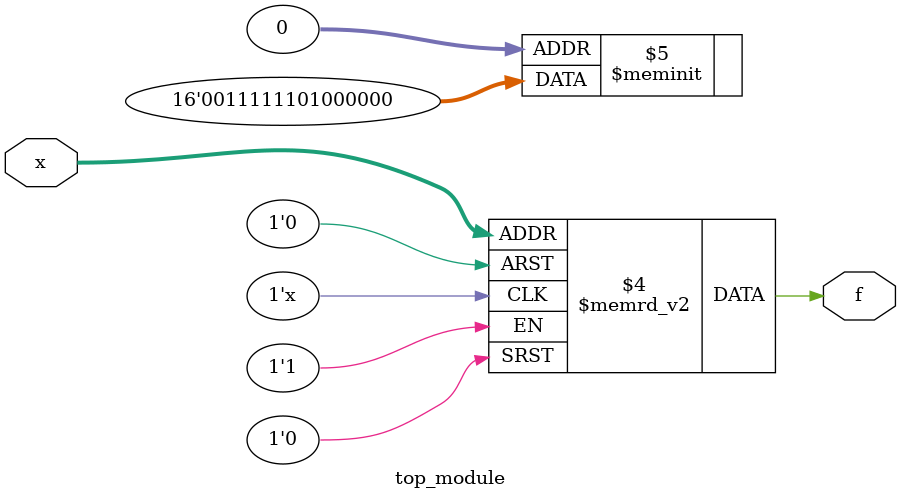
<source format=sv>
module top_module (
	input [4:1] x,
	output logic f
);

// Karnaugh map:
//        x[1]x[2]
// x[3]x[4]   00 01 11 10
//  00 | d | 0 | d | d |
//  01 | 0 | d | 1 | 0 |
//  11 | 1 | 1 | d | d |
//  10 | 1 | 1 | 0 | d |

// Truth table:
//   x[4] x[3] x[2] x[1] | f
//   ---------------------
//     0    0    0    0  | d
//     0    0    0    1  | 0
//     0    0    1    0  | d
//     0    0    1    1  | d
//     0    1    0    0  | 0
//     0    1    0    1  | d
//     0    1    1    0  | 1
//     0    1    1    1  | 0
//     1    0    0    0  | 1
//     1    0    0    1  | 1
//     1    0    1    0  | d
//     1    0    1    1  | d
//     1    1    0    0  | 1
//     1    1    0    1  | 1
//     1    1    1    0  | d
//     1    1    1    1  | d

// Implement the function f:

// Assigning the output values based on the Karnaugh map:
always_comb begin
	case (x)
		4'b0000: f = 1'b0; // d
		4'b0001: f = 1'b0;
		4'b0010: f = 1'b0; // d
		4'b0011: f = 1'b0; // d
		4'b0100: f = 1'b0;
		4'b0101: f = 1'b0; // d
		4'b0110: f = 1'b1;
		4'b0111: f = 1'b0;
		4'b1000: f = 1'b1;
		4'b1001: f = 1'b1;
		4'b1010: f = 1'b1; // d
		4'b1011: f = 1'b1; // d
		4'b1100: f = 1'b1;
		4'b1101: f = 1'b1;
		4'b1110: f = 1'b0; // d
		4'b1111: f = 1'b0; // d
	endcase
end

endmodule

</source>
